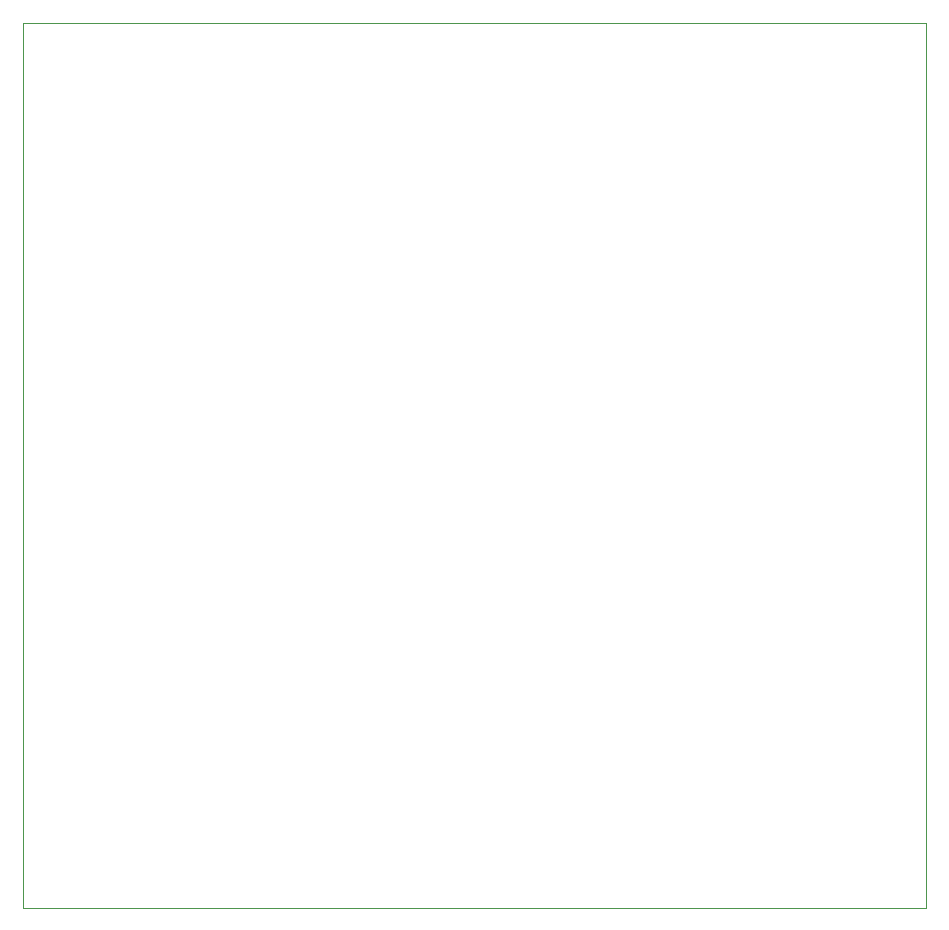
<source format=gbr>
G04 #@! TF.GenerationSoftware,KiCad,Pcbnew,5.1.9*
G04 #@! TF.CreationDate,2021-04-19T04:00:47-04:00*
G04 #@! TF.ProjectId,lm3886_psu,6c6d3338-3836-45f7-9073-752e6b696361,rev?*
G04 #@! TF.SameCoordinates,Original*
G04 #@! TF.FileFunction,Profile,NP*
%FSLAX46Y46*%
G04 Gerber Fmt 4.6, Leading zero omitted, Abs format (unit mm)*
G04 Created by KiCad (PCBNEW 5.1.9) date 2021-04-19 04:00:47*
%MOMM*%
%LPD*%
G01*
G04 APERTURE LIST*
G04 #@! TA.AperFunction,Profile*
%ADD10C,0.050000*%
G04 #@! TD*
G04 APERTURE END LIST*
D10*
X78740000Y-127762000D02*
X78740000Y-52832000D01*
X155194000Y-127762000D02*
X78740000Y-127762000D01*
X155194000Y-52832000D02*
X155194000Y-127762000D01*
X78740000Y-52832000D02*
X155194000Y-52832000D01*
M02*

</source>
